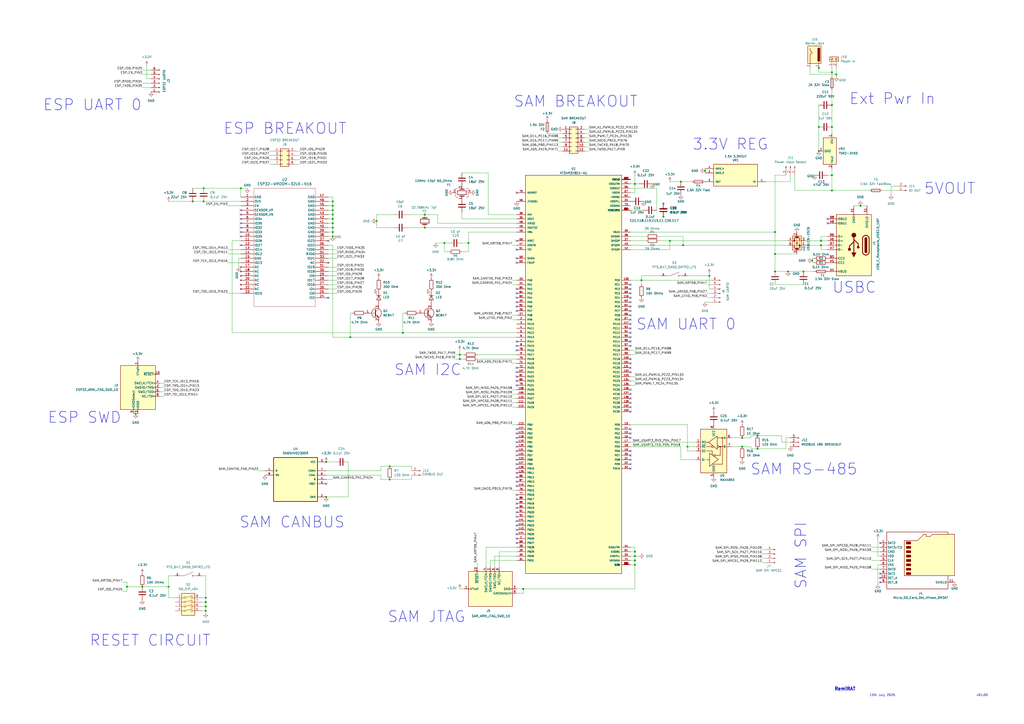
<source format=kicad_sch>
(kicad_sch (version 20250114) (generator "eeschema") (generator_version "9.0")
  (paper "A2")
  (text "Ext Pwr In" (at 517.652 57.404 0) (effects (font (size 6.35 6.35) (thickness 0.254) (bold yes))))
  (text "3.3V REG" (at 423.672 83.82 0) (effects (font (size 6.35 6.35) (thickness 0.254) (bold yes))))
  (text "ESP BREAKOUT" (at 165.354 74.676 0) (effects (font (size 6.35 6.35) (thickness 0.254) (bold yes))))
  (text "ESP SWD" (at 49.022 242.316 0) (effects (font (size 6.35 6.35) (thickness 0.254) (bold yes))))
  (text "ESP UART 0" (at 53.594 60.96 0) (effects (font (size 6.35 6.35) (thickness 0.254) (bold yes))))
  (text "v01.00" (at 569.722 403.352 0) (effects (font (size 1.27 1.27))))
  (text "RESET CIRCUIT" (at 87.122 371.602 0) (effects (font (size 6.35 6.35) (thickness 0.254) (bold yes))))
  (text "5VOUT" (at 550.926 109.474 0) (effects (font (size 6.35 6.35) (thickness 0.254) (bold yes))))
  (text "SAM UART 0" (at 398.018 188.214 0) (effects (font (size 6.35 6.35) (thickness 0.254) (bold yes))))
  (text "SAM JTAG" (at 247.396 357.886 0) (effects (font (size 6.35 6.35) (thickness 0.254) (bold yes))))
  (text "USBC" (at 495.554 166.878 0) (effects (font (size 6.35 6.35) (thickness 0.254) (bold yes))))
  (text "13th July 2025" (at 511.81 403.352 0) (effects (font (size 1.27 1.27))))
  (text "SAM SPI" (at 464.566 322.326 90) (effects (font (size 6.35 6.35) (thickness 0.254) (bold yes))))
  (text "SAM BREAKOUT" (at 334.01 58.928 0) (effects (font (size 6.35 6.35) (thickness 0.254) (bold yes))))
  (text "SAM RS-485" (at 466.344 272.288 0) (effects (font (size 6.35 6.35) (thickness 0.254) (bold yes))))
  (text "SAM CANBUS" (at 169.418 303.022 0) (effects (font (size 6.35 6.35) (thickness 0.254) (bold yes))))
  (text "SAM I2C" (at 248.158 214.63 0) (effects (font (size 6.35 6.35) (thickness 0.254) (bold yes))))
  (text "RemiRAT" (at 490.22 399.796 0) (effects (font (size 1.905 1.905) (thickness 0.381) (bold yes))))
  (junction (at 457.2 157.48))
  (junction (at 474.98 73.66))
  (junction (at 78.74 240.03))
  (junction (at 203.2 195.58))
  (junction (at 119.38 351.79))
  (junction (at 193.04 132.08))
  (junction (at 439.42 260.35))
  (junction (at 97.79 340.36))
  (junction (at 189.23 288.29))
  (junction (at 384.81 118.11))
  (junction (at 372.11 162.56))
  (junction (at 193.04 119.38))
  (junction (at 466.09 157.48))
  (junction (at 430.53 259.08))
  (junction (at 474.98 39.37))
  (junction (at 303.53 341.63))
  (junction (at 449.58 147.32))
  (junction (at 118.11 109.22))
  (junction (at 193.04 116.84))
  (junction (at 226.06 278.13))
  (junction (at 482.6 110.49))
  (junction (at 266.7 205.74))
  (junction (at 411.48 160.02))
  (junction (at 73.66 340.36))
  (junction (at 193.04 129.54))
  (junction (at 368.3 327.66))
  (junction (at 257.81 140.97))
  (junction (at 476.25 139.7))
  (junction (at 233.68 193.04))
  (junction (at 474.98 87.63))
  (junction (at 119.38 354.33))
  (junction (at 430.53 254))
  (junction (at 271.78 140.97))
  (junction (at 193.04 127))
  (junction (at 368.3 322.58))
  (junction (at 485.14 43.18))
  (junction (at 482.6 73.66))
  (junction (at 246.38 124.46))
  (junction (at 119.38 349.25))
  (junction (at 193.04 137.16))
  (junction (at 398.78 259.08))
  (junction (at 482.6 101.6))
  (junction (at 482.6 60.96))
  (junction (at 193.04 121.92))
  (junction (at 139.7 109.22))
  (junction (at 218.44 128.27))
  (junction (at 266.7 208.28))
  (junction (at 384.81 125.73))
  (junction (at 394.97 105.41))
  (junction (at 368.3 106.68))
  (junction (at 439.42 252.73))
  (junction (at 193.04 124.46))
  (junction (at 476.25 142.24))
  (junction (at 193.04 134.62))
  (junction (at 482.6 41.91))
  (junction (at 111.76 116.84))
  (junction (at 449.58 157.48))
  (junction (at 189.23 267.97))
  (junction (at 368.3 325.12))
  (junction (at 118.11 116.84))
  (junction (at 246.38 132.08))
  (junction (at 449.58 134.62))
  (junction (at 368.3 320.04))
  (junction (at 396.24 142.24))
  (junction (at 226.06 270.51))
  (junction (at 499.11 119.38))
  (junction (at 388.62 139.7))
  (junction (at 408.94 99.06))
  (junction (at 471.17 151.13))
  (junction (at 119.38 346.71))
  (junction (at 82.55 340.36))
  (no_connect (at 299.72 139.7))
  (no_connect (at 299.72 213.36))
  (no_connect (at 299.72 292.1))
  (no_connect (at 299.72 223.52))
  (no_connect (at 299.72 198.12))
  (no_connect (at 139.7 124.46))
  (no_connect (at 365.76 261.62))
  (no_connect (at 139.7 134.62))
  (no_connect (at 299.72 172.72))
  (no_connect (at 510.54 337.82))
  (no_connect (at 365.76 180.34))
  (no_connect (at 299.72 152.4))
  (no_connect (at 189.23 280.67))
  (no_connect (at 365.76 254))
  (no_connect (at 299.72 304.8))
  (no_connect (at 365.76 248.92))
  (no_connect (at 365.76 213.36))
  (no_connect (at 299.72 269.24))
  (no_connect (at 365.76 238.76))
  (no_connect (at 190.5 139.7))
  (no_connect (at 299.72 279.4))
  (no_connect (at 139.7 121.92))
  (no_connect (at 299.72 271.78))
  (no_connect (at 365.76 233.68))
  (no_connect (at 365.76 208.28))
  (no_connect (at 299.72 266.7))
  (no_connect (at 299.72 294.64))
  (no_connect (at 299.72 149.86))
  (no_connect (at 299.72 144.78))
  (no_connect (at 365.76 236.22))
  (no_connect (at 365.76 226.06))
  (no_connect (at 365.76 177.8))
  (no_connect (at 365.76 193.04))
  (no_connect (at 365.76 231.14))
  (no_connect (at 190.5 172.72))
  (no_connect (at 299.72 254))
  (no_connect (at 510.54 335.28))
  (no_connect (at 299.72 276.86))
  (no_connect (at 299.72 215.9))
  (no_connect (at 365.76 185.42))
  (no_connect (at 139.7 129.54))
  (no_connect (at 139.7 137.16))
  (no_connect (at 365.76 195.58))
  (no_connect (at 365.76 190.5))
  (no_connect (at 299.72 256.54))
  (no_connect (at 299.72 297.18))
  (no_connect (at 299.72 251.46))
  (no_connect (at 365.76 215.9))
  (no_connect (at 365.76 175.26))
  (no_connect (at 299.72 299.72))
  (no_connect (at 365.76 269.24))
  (no_connect (at 510.54 314.96))
  (no_connect (at 365.76 264.16))
  (no_connect (at 365.76 210.82))
  (no_connect (at 299.72 314.96))
  (no_connect (at 299.72 259.08))
  (no_connect (at 139.7 132.08))
  (no_connect (at 299.72 287.02))
  (no_connect (at 299.72 177.8))
  (no_connect (at 299.72 307.34))
  (no_connect (at 365.76 266.7))
  (no_connect (at 299.72 203.2))
  (no_connect (at 480.06 129.54))
  (no_connect (at 299.72 218.44))
  (no_connect (at 139.7 127))
  (no_connect (at 299.72 111.76))
  (no_connect (at 299.72 312.42))
  (no_connect (at 299.72 309.88))
  (no_connect (at 365.76 182.88))
  (no_connect (at 299.72 167.64))
  (no_connect (at 365.76 198.12))
  (no_connect (at 299.72 200.66))
  (no_connect (at 510.54 332.74))
  (no_connect (at 299.72 274.32))
  (no_connect (at 365.76 167.64))
  (no_connect (at 299.72 180.34))
  (no_connect (at 365.76 172.72))
  (no_connect (at 365.76 200.66))
  (no_connect (at 299.72 261.62))
  (no_connect (at 139.7 142.24))
  (no_connect (at 299.72 281.94))
  (no_connect (at 365.76 251.46))
  (no_connect (at 480.06 127))
  (no_connect (at 299.72 248.92))
  (no_connect (at 365.76 271.78))
  (no_connect (at 299.72 170.18))
  (no_connect (at 365.76 165.1))
  (no_connect (at 299.72 289.56))
  (no_connect (at 365.76 187.96))
  (no_connect (at 299.72 302.26))
  (no_connect (at 365.76 170.18))
  (no_connect (at 299.72 264.16))
  (no_connect (at 365.76 228.6))
  (no_connect (at 299.72 220.98))
  (no_connect (at 299.72 175.26))
  (wire (pts (xy 193.04 129.54) (xy 193.04 127)))
  (wire (pts (xy 283.21 124.46) (xy 299.72 124.46)))
  (wire (pts (xy 190.5 147.32) (xy 195.58 147.32)))
  (wire (pts (xy 365.76 246.38) (xy 398.78 246.38)))
  (wire (pts (xy 412.75 167.64) (xy 411.48 167.64)))
  (wire (pts (xy 476.25 137.16) (xy 476.25 139.7)))
  (wire (pts (xy 449.58 134.62) (xy 449.58 101.6)))
  (wire (pts (xy 323.85 80.01) (xy 326.39 80.01)))
  (wire (pts (xy 472.44 149.86) (xy 471.17 149.86)))
  (wire (pts (xy 455.93 260.35) (xy 455.93 254)))
  (wire (pts (xy 73.66 337.82) (xy 73.66 340.36)))
  (wire (pts (xy 190.5 121.92) (xy 193.04 121.92)))
  (wire (pts (xy 365.76 121.92) (xy 373.38 121.92)))
  (wire (pts (xy 193.04 195.58) (xy 203.2 195.58)))
  (wire (pts (xy 323.85 82.55) (xy 326.39 82.55)))
  (wire (pts (xy 119.38 334.01) (xy 119.38 346.71)))
  (wire (pts (xy 218.44 132.08) (xy 228.6 132.08)))
  (wire (pts (xy 119.38 349.25) (xy 119.38 351.79)))
  (wire (pts (xy 171.45 87.63) (xy 173.99 87.63)))
  (wire (pts (xy 323.85 87.63) (xy 326.39 87.63)))
  (wire (pts (xy 289.56 328.93) (xy 289.56 320.04)))
  (wire (pts (xy 156.21 92.71) (xy 158.75 92.71)))
  (wire (pts (xy 116.84 351.79) (xy 119.38 351.79)))
  (wire (pts (xy 190.5 127) (xy 193.04 127)))
  (wire (pts (xy 271.78 134.62) (xy 299.72 134.62)))
  (wire (pts (xy 509.27 312.42) (xy 509.27 322.58)))
  (wire (pts (xy 411.48 158.75) (xy 411.48 160.02)))
  (wire (pts (xy 297.18 226.06) (xy 299.72 226.06)))
  (wire (pts (xy 323.85 85.09) (xy 326.39 85.09)))
  (wire (pts (xy 287.02 322.58) (xy 287.02 328.93)))
  (wire (pts (xy 365.76 144.78) (xy 388.62 144.78)))
  (wire (pts (xy 132.08 144.78) (xy 139.7 144.78)))
  (wire (pts (xy 466.09 157.48) (xy 472.44 157.48)))
  (wire (pts (xy 193.04 132.08) (xy 193.04 134.62)))
  (wire (pts (xy 297.18 231.14) (xy 299.72 231.14)))
  (wire (pts (xy 365.76 162.56) (xy 372.11 162.56)))
  (wire (pts (xy 119.38 354.33) (xy 119.38 351.79)))
  (wire (pts (xy 510.54 320.04) (xy 505.46 320.04)))
  (wire (pts (xy 430.53 254) (xy 435.61 254)))
  (wire (pts (xy 297.18 233.68) (xy 299.72 233.68)))
  (wire (pts (xy 283.21 100.33) (xy 283.21 124.46)))
  (wire (pts (xy 190.5 144.78) (xy 195.58 144.78)))
  (wire (pts (xy 368.3 106.68) (xy 368.3 111.76)))
  (wire (pts (xy 264.16 208.28) (xy 266.7 208.28)))
  (wire (pts (xy 73.66 342.9) (xy 71.12 342.9)))
  (wire (pts (xy 226.06 278.13) (xy 238.76 278.13)))
  (wire (pts (xy 368.3 101.6) (xy 368.3 106.68)))
  (wire (pts (xy 341.63 82.55) (xy 339.09 82.55)))
  (wire (pts (xy 467.36 139.7) (xy 476.25 139.7)))
  (wire (pts (xy 92.71 222.25) (xy 95.25 222.25)))
  (wire (pts (xy 341.63 87.63) (xy 339.09 87.63)))
  (wire (pts (xy 449.58 147.32) (xy 462.28 147.32)))
  (wire (pts (xy 480.06 144.78) (xy 476.25 144.78)))
  (wire (pts (xy 441.96 326.39) (xy 444.5 326.39)))
  (wire (pts (xy 457.2 157.48) (xy 466.09 157.48)))
  (wire (pts (xy 92.71 224.79) (xy 95.25 224.79)))
  (wire (pts (xy 368.3 203.2) (xy 365.76 203.2)))
  (wire (pts (xy 82.55 43.18) (xy 87.63 43.18)))
  (wire (pts (xy 365.76 327.66) (xy 368.3 327.66)))
  (wire (pts (xy 396.24 142.24) (xy 457.2 142.24)))
  (wire (pts (xy 156.21 95.25) (xy 158.75 95.25)))
  (wire (pts (xy 118.11 109.22) (xy 139.7 109.22)))
  (wire (pts (xy 441.96 318.77) (xy 444.5 318.77)))
  (wire (pts (xy 97.79 334.01) (xy 101.6 334.01)))
  (wire (pts (xy 266.7 341.63) (xy 269.24 341.63)))
  (wire (pts (xy 317.5 77.47) (xy 326.39 77.47)))
  (wire (pts (xy 267.97 127) (xy 299.72 127)))
  (wire (pts (xy 365.76 139.7) (xy 374.65 139.7)))
  (wire (pts (xy 482.6 39.37) (xy 482.6 41.91)))
  (wire (pts (xy 368.3 320.04) (xy 368.3 317.5)))
  (wire (pts (xy 482.6 41.91) (xy 482.6 44.45)))
  (wire (pts (xy 439.42 260.35) (xy 455.93 260.35)))
  (wire (pts (xy 267.97 140.97) (xy 271.78 140.97)))
  (wire (pts (xy 398.78 246.38) (xy 398.78 259.08)))
  (wire (pts (xy 190.5 124.46) (xy 193.04 124.46)))
  (wire (pts (xy 193.04 127) (xy 193.04 124.46)))
  (wire (pts (xy 449.58 157.48) (xy 457.2 157.48)))
  (wire (pts (xy 474.98 60.96) (xy 474.98 73.66)))
  (wire (pts (xy 382.27 139.7) (xy 388.62 139.7)))
  (wire (pts (xy 467.36 142.24) (xy 476.25 142.24)))
  (wire (pts (xy 92.71 229.87) (xy 95.25 229.87)))
  (wire (pts (xy 474.98 41.91) (xy 482.6 41.91)))
  (wire (pts (xy 482.6 110.49) (xy 504.19 110.49)))
  (wire (pts (xy 474.98 39.37) (xy 474.98 41.91)))
  (wire (pts (xy 458.47 101.6) (xy 458.47 105.41)))
  (wire (pts (xy 139.7 109.22) (xy 143.51 109.22)))
  (wire (pts (xy 238.76 270.51) (xy 238.76 273.05)))
  (wire (pts (xy 297.18 165.1) (xy 299.72 165.1)))
  (wire (pts (xy 388.62 139.7) (xy 457.2 139.7)))
  (wire (pts (xy 190.5 154.94) (xy 195.58 154.94)))
  (wire (pts (xy 341.63 77.47) (xy 339.09 77.47)))
  (wire (pts (xy 435.61 254) (xy 435.61 252.73)))
  (wire (pts (xy 132.08 152.4) (xy 139.7 152.4)))
  (wire (pts (xy 276.86 205.74) (xy 299.72 205.74)))
  (wire (pts (xy 201.93 288.29) (xy 189.23 288.29)))
  (wire (pts (xy 139.7 109.22) (xy 139.7 114.3)))
  (wire (pts (xy 281.94 317.5) (xy 299.72 317.5)))
  (wire (pts (xy 271.78 140.97) (xy 271.78 134.62)))
  (wire (pts (xy 87.63 45.72) (xy 85.09 45.72)))
  (wire (pts (xy 171.45 95.25) (xy 173.99 95.25)))
  (wire (pts (xy 193.04 134.62) (xy 193.04 137.16)))
  (wire (pts (xy 372.11 162.56) (xy 372.11 165.1)))
  (wire (pts (xy 449.58 147.32) (xy 449.58 134.62)))
  (wire (pts (xy 516.89 107.95) (xy 516.89 113.03)))
  (wire (pts (xy 424.18 254) (xy 430.53 254)))
  (wire (pts (xy 430.53 259.08) (xy 435.61 259.08)))
  (wire (pts (xy 482.6 97.79) (xy 482.6 101.6)))
  (wire (pts (xy 368.3 317.5) (xy 365.76 317.5)))
  (wire (pts (xy 138.43 154.94) (xy 138.43 149.86)))
  (wire (pts (xy 453.39 256.54) (xy 458.47 256.54)))
  (wire (pts (xy 264.16 205.74) (xy 266.7 205.74)))
  (wire (pts (xy 461.01 101.6) (xy 461.01 110.49)))
  (wire (pts (xy 297.18 182.88) (xy 299.72 182.88)))
  (wire (pts (xy 368.3 223.52) (xy 365.76 223.52)))
  (wire (pts (xy 190.5 119.38) (xy 193.04 119.38)))
  (wire (pts (xy 228.6 124.46) (xy 218.44 124.46)))
  (wire (pts (xy 193.04 129.54) (xy 193.04 132.08)))
  (wire (pts (xy 297.18 228.6) (xy 299.72 228.6)))
  (wire (pts (xy 449.58 157.48) (xy 449.58 147.32)))
  (wire (pts (xy 444.5 105.41) (xy 458.47 105.41)))
  (wire (pts (xy 218.44 128.27) (xy 218.44 132.08)))
  (wire (pts (xy 368.3 106.68) (xy 370.84 106.68)))
  (wire (pts (xy 410.21 170.18) (xy 412.75 170.18)))
  (wire (pts (xy 218.44 124.46) (xy 218.44 128.27)))
  (wire (pts (xy 299.72 344.17) (xy 303.53 344.17)))
  (wire (pts (xy 78.74 240.03) (xy 80.01 240.03)))
  (wire (pts (xy 233.68 193.04) (xy 299.72 193.04)))
  (wire (pts (xy 119.38 346.71) (xy 119.38 349.25)))
  (wire (pts (xy 190.5 157.48) (xy 195.58 157.48)))
  (wire (pts (xy 287.02 322.58) (xy 299.72 322.58)))
  (wire (pts (xy 281.94 317.5) (xy 281.94 328.93)))
  (wire (pts (xy 132.08 119.38) (xy 139.7 119.38)))
  (wire (pts (xy 509.27 322.58) (xy 510.54 322.58)))
  (wire (pts (xy 469.9 39.37) (xy 469.9 43.18)))
  (wire (pts (xy 449.58 165.1) (xy 466.09 165.1)))
  (wire (pts (xy 398.78 259.08) (xy 398.78 261.62)))
  (wire (pts (xy 520.7 107.95) (xy 516.89 107.95)))
  (wire (pts (xy 271.78 146.05) (xy 271.78 140.97)))
  (wire (pts (xy 116.84 354.33) (xy 119.38 354.33)))
  (wire (pts (xy 190.5 116.84) (xy 193.04 116.84)))
  (wire (pts (xy 116.84 334.01) (xy 119.38 334.01)))
  (wire (pts (xy 203.2 195.58) (xy 299.72 195.58)))
  (wire (pts (xy 220.98 273.05) (xy 220.98 270.51)))
  (wire (pts (xy 190.5 149.86) (xy 195.58 149.86)))
  (wire (pts (xy 73.66 340.36) (xy 82.55 340.36)))
  (wire (pts (xy 193.04 121.92) (xy 193.04 119.38)))
  (wire (pts (xy 368.3 327.66) (xy 368.3 325.12)))
  (wire (pts (xy 474.98 38.1) (xy 474.98 39.37)))
  (wire (pts (xy 435.61 252.73) (xy 439.42 252.73)))
  (wire (pts (xy 82.55 340.36) (xy 97.79 340.36)))
  (wire (pts (xy 132.08 147.32) (xy 139.7 147.32)))
  (wire (pts (xy 203.2 181.61) (xy 203.2 195.58)))
  (wire (pts (xy 190.5 132.08) (xy 193.04 132.08)))
  (wire (pts (xy 257.81 146.05) (xy 257.81 140.97)))
  (wire (pts (xy 116.84 346.71) (xy 119.38 346.71)))
  (wire (pts (xy 410.21 165.1) (xy 412.75 165.1)))
  (wire (pts (xy 193.04 142.24) (xy 193.04 195.58)))
  (wire (pts (xy 190.5 134.62) (xy 193.04 134.62)))
  (wire (pts (xy 424.18 259.08) (xy 430.53 259.08)))
  (wire (pts (xy 297.18 185.42) (xy 299.72 185.42)))
  (wire (pts (xy 190.5 129.54) (xy 193.04 129.54)))
  (wire (pts (xy 408.94 175.26) (xy 412.75 175.26)))
  (wire (pts (xy 116.84 349.25) (xy 119.38 349.25)))
  (wire (pts (xy 455.93 254) (xy 458.47 254)))
  (wire (pts (xy 299.72 129.54) (xy 254 129.54)))
  (wire (pts (xy 482.6 60.96) (xy 482.6 73.66)))
  (wire (pts (xy 471.17 152.4) (xy 472.44 152.4)))
  (wire (pts (xy 495.3 119.38) (xy 499.11 119.38)))
  (wire (pts (xy 297.18 236.22) (xy 299.72 236.22)))
  (wire (pts (xy 511.81 110.49) (xy 520.7 110.49)))
  (wire (pts (xy 485.14 39.37) (xy 485.14 43.18)))
  (wire (pts (xy 396.24 142.24) (xy 396.24 137.16)))
  (wire (pts (xy 480.06 137.16) (xy 476.25 137.16)))
  (wire (pts (xy 365.76 142.24) (xy 396.24 142.24)))
  (wire (pts (xy 469.9 43.18) (xy 485.14 43.18)))
  (wire (pts (xy 92.71 227.33) (xy 95.25 227.33)))
  (wire (pts (xy 82.55 48.26) (xy 87.63 48.26)))
  (wire (pts (xy 365.76 137.16) (xy 374.65 137.16)))
  (wire (pts (xy 368.3 322.58) (xy 365.76 322.58)))
  (wire (pts (xy 368.3 322.58) (xy 368.3 320.04)))
  (wire (pts (xy 480.06 101.6) (xy 482.6 101.6)))
  (wire (pts (xy 368.3 325.12) (xy 365.76 325.12)))
  (wire (pts (xy 234.95 181.61) (xy 233.68 181.61)))
  (wire (pts (xy 276.86 208.28) (xy 299.72 208.28)))
  (wire (pts (xy 297.18 162.56) (xy 299.72 162.56)))
  (wire (pts (xy 398.78 160.02) (xy 411.48 160.02)))
  (wire (pts (xy 441.96 323.85) (xy 444.5 323.85)))
  (wire (pts (xy 189.23 267.97) (xy 194.31 267.97)))
  (wire (pts (xy 134.62 139.7) (xy 134.62 193.04)))
  (wire (pts (xy 260.35 140.97) (xy 257.81 140.97)))
  (wire (pts (xy 289.56 320.04) (xy 299.72 320.04)))
  (wire (pts (xy 408.94 97.79) (xy 408.94 99.06)))
  (wire (pts (xy 297.18 142.24) (xy 299.72 142.24)))
  (wire (pts (xy 365.76 109.22) (xy 381 109.22)))
  (wire (pts (xy 297.18 210.82) (xy 299.72 210.82)))
  (wire (pts (xy 257.81 140.97) (xy 252.73 140.97)))
  (wire (pts (xy 476.25 144.78) (xy 476.25 142.24)))
  (wire (pts (xy 398.78 259.08) (xy 403.86 259.08)))
  (wire (pts (xy 476.25 139.7) (xy 480.06 139.7)))
  (wire (pts (xy 368.3 341.63) (xy 303.53 341.63)))
  (wire (pts (xy 388.62 144.78) (xy 388.62 139.7)))
  (wire (pts (xy 156.21 87.63) (xy 158.75 87.63)))
  (wire (pts (xy 368.3 218.44) (xy 365.76 218.44)))
  (wire (pts (xy 365.76 111.76) (xy 368.3 111.76)))
  (wire (pts (xy 246.38 132.08) (xy 236.22 132.08)))
  (wire (pts (xy 485.14 43.18) (xy 485.14 44.45)))
  (wire (pts (xy 435.61 260.35) (xy 439.42 260.35)))
  (wire (pts (xy 97.79 340.36) (xy 97.79 334.01)))
  (wire (pts (xy 398.78 261.62) (xy 403.86 261.62)))
  (wire (pts (xy 365.76 106.68) (xy 368.3 106.68)))
  (wire (pts (xy 226.06 270.51) (xy 238.76 270.51)))
  (wire (pts (xy 233.68 181.61) (xy 233.68 193.04)))
  (wire (pts (xy 365.76 256.54) (xy 403.86 256.54)))
  (wire (pts (xy 509.27 327.66) (xy 510.54 327.66)))
  (wire (pts (xy 132.08 170.18) (xy 139.7 170.18)))
  (wire (pts (xy 410.21 172.72) (xy 412.75 172.72)))
  (wire (pts (xy 111.76 116.84) (xy 118.11 116.84)))
  (wire (pts (xy 297.18 284.48) (xy 299.72 284.48)))
  (wire (pts (xy 482.6 101.6) (xy 482.6 110.49)))
  (wire (pts (xy 341.63 80.01) (xy 339.09 80.01)))
  (wire (pts (xy 441.96 321.31) (xy 444.5 321.31)))
  (wire (pts (xy 435.61 259.08) (xy 435.61 260.35)))
  (wire (pts (xy 482.6 52.07) (xy 482.6 60.96)))
  (wire (pts (xy 266.7 208.28) (xy 269.24 208.28)))
  (wire (pts (xy 266.7 205.74) (xy 269.24 205.74)))
  (wire (pts (xy 267.97 146.05) (xy 271.78 146.05)))
  (wire (pts (xy 238.76 278.13) (xy 238.76 275.59)))
  (wire (pts (xy 509.27 339.09) (xy 509.27 327.66)))
  (wire (pts (xy 118.11 116.84) (xy 139.7 116.84)))
  (wire (pts (xy 171.45 92.71) (xy 173.99 92.71)))
  (wire (pts (xy 246.38 132.08) (xy 299.72 132.08)))
  (wire (pts (xy 97.79 346.71) (xy 97.79 340.36)))
  (wire (pts (xy 510.54 325.12) (xy 505.46 325.12)))
  (wire (pts (xy 134.62 139.7) (xy 139.7 139.7)))
  (wire (pts (xy 171.45 90.17) (xy 173.99 90.17)))
  (wire (pts (xy 394.97 105.41) (xy 401.32 105.41)))
  (wire (pts (xy 190.5 160.02) (xy 195.58 160.02)))
  (wire (pts (xy 449.58 101.6) (xy 455.93 101.6)))
  (wire (pts (xy 365.76 134.62) (xy 449.58 134.62)))
  (wire (pts (xy 193.04 116.84) (xy 193.04 114.3)))
  (wire (pts (xy 267.97 123.19) (xy 267.97 127)))
  (wire (pts (xy 71.12 337.82) (xy 73.66 337.82)))
  (wire (pts (xy 365.76 259.08) (xy 394.97 259.08)))
  (wire (pts (xy 266.7 203.2) (xy 266.7 205.74)))
  (wire (pts (xy 190.5 137.16) (xy 193.04 137.16)))
  (wire (pts (xy 190.5 170.18) (xy 195.58 170.18)))
  (wire (pts (xy 77.47 240.03) (xy 78.74 240.03)))
  (wire (pts (xy 138.43 149.86) (xy 139.7 149.86)))
  (wire (pts (xy 246.38 124.46) (xy 236.22 124.46)))
  (wire (pts (xy 193.04 124.46) (xy 193.04 121.92)))
  (wire (pts (xy 201.93 267.97) (xy 201.93 288.29)))
  (wire (pts (xy 190.5 167.64) (xy 195.58 167.64)))
  (wire (pts (xy 368.3 205.74) (xy 365.76 205.74)))
  (wire (pts (xy 134.62 193.04) (xy 233.68 193.04)))
  (wire (pts (xy 189.23 275.59) (xy 220.98 275.59)))
  (wire (pts (xy 73.66 342.9) (xy 73.66 340.36)))
  (wire (pts (xy 408.94 99.06) (xy 408.94 100.33)))
  (wire (pts (xy 220.98 278.13) (xy 226.06 278.13)))
  (wire (pts (xy 156.21 90.17) (xy 158.75 90.17)))
  (wire (pts (xy 303.53 344.17) (xy 303.53 341.63)))
  (wire (pts (xy 471.17 151.13) (xy 471.17 152.4)))
  (wire (pts (xy 368.3 327.66) (xy 368.3 341.63)))
  (wire (pts (xy 97.79 116.84) (xy 111.76 116.84)))
  (wire (pts (xy 341.63 74.93) (xy 339.09 74.93)))
  (wire (pts (xy 254 124.46) (xy 246.38 124.46)))
  (wire (pts (xy 368.3 320.04) (xy 365.76 320.04)))
  (wire (pts (xy 453.39 252.73) (xy 453.39 256.54)))
  (wire (pts (xy 101.6 346.71) (xy 97.79 346.71)))
  (wire (pts (xy 149.86 273.05) (xy 153.67 273.05)))
  (wire (pts (xy 394.97 259.08) (xy 394.97 266.7)))
  (wire (pts (xy 119.38 355.6) (xy 119.38 354.33)))
  (wire (pts (xy 266.7 205.74) (xy 266.7 208.28)))
  (wire (pts (xy 510.54 330.2) (xy 505.46 330.2)))
  (wire (pts (xy 85.09 45.72) (xy 85.09 38.1)))
  (wire (pts (xy 189.23 273.05) (xy 220.98 273.05)))
  (wire (pts (xy 474.98 73.66) (xy 474.98 87.63)))
  (wire (pts (xy 190.5 165.1) (xy 195.58 165.1)))
  (wire (pts (xy 482.6 73.66) (xy 482.6 77.47)))
  (wire (pts (xy 260.35 146.05) (xy 257.81 146.05)))
  (wire (pts (xy 476.25 142.24) (xy 480.06 142.24)))
  (wire (pts (xy 388.62 105.41) (xy 394.97 105.41)))
  (wire (pts (xy 510.54 317.5) (xy 505.46 317.5)))
  (wire (pts (xy 341.63 85.09) (xy 339.09 85.09)))
  (wire (pts (xy 303.53 341.63) (xy 299.72 341.63)))
  (wire (pts (xy 284.48 325.12) (xy 284.48 328.93)))
  (wire (pts (xy 82.55 40.64) (xy 87.63 40.64)))
  (wire (pts (xy 471.17 149.86) (xy 471.17 151.13)))
  (wire (pts (xy 439.42 252.73) (xy 453.39 252.73)))
  (wire (pts (xy 372.11 162.56) (xy 412.75 162.56)))
  (wire (pts (xy 193.04 119.38) (xy 193.04 116.84)))
  (wire (pts (xy 193.04 142.24) (xy 190.5 142.24)))
  (wire (pts (xy 111.76 109.22) (xy 118.11 109.22)))
  (wire (pts (xy 382.27 137.16) (xy 396.24 137.16)))
  (wire (pts (xy 284.48 325.12) (xy 299.72 325.12)))
  (wire (pts (xy 276.86 326.39) (xy 276.86 328.93)))
  (wire (pts (xy 394.97 266.7) (xy 403.86 266.7)))
  (wire (pts (xy 189.23 278.13) (xy 193.04 278.13)))
  (wire (pts (xy 368.3 322.58) (xy 370.84 322.58)))
  (wire (pts (xy 368.3 325.12) (xy 368.3 322.58)))
  (wire (pts (xy 254 129.54) (xy 254 124.46)))
  (wire (pts (xy 499.11 119.38) (xy 502.92 119.38)))
  (wire (pts (xy 204.47 181.61) (xy 203.2 181.61)))
  (wire (pts (xy 220.98 270.51) (xy 226.06 270.51)))
  (wire (pts (xy 368.3 220.98) (xy 365.76 220.98)))
  (wire (pts (xy 297.18 246.38) (xy 299.72 246.38)))
  (wire (pts (xy 372.11 160.02) (xy 383.54 160.02)))
  (wire (pts (xy 461.01 110.49) (xy 482.6 110.49)))
  (wire (pts (xy 220.98 275.59) (xy 220.98 278.13)))
  (wire (pts (xy 190.5 162.56) (xy 195.58 162.56)))
  (wire (pts (xy 411.48 160.02) (xy 411.48 167.64)))
  (wire (pts (xy 82.55 50.8) (xy 87.63 50.8)))
  (wire (pts (xy 381 109.22) (xy 381 121.92)))
  (wire (pts (xy 193.04 114.3) (xy 190.5 114.3)))
  (wire (pts (xy 372.11 162.56) (xy 372.11 160.02)))
  (wire (pts (xy 267.97 100.33) (xy 283.21 100.33)))
  (label "SAM_SPI_NPCS0_PA28_PIN111" (at 297.18 233.68 180))
  (label "SAM_SPI_MOSI_PA26_PIN109" (at 297.18 228.6 180))
  (label "SAM_SPI_SCK_PA27_PIN110" (at 441.96 321.31 180))
  (label "SAM_SPI_MOSI_PA26_PIN109" (at 505.46 320.04 180))
  (label "ESP_TDO_IO15_PIN23" (at 132.08 170.18 180))
  (label "ESP_IO16_PIN27" (at 156.21 90.17 180))
  (label "ESP_IO16_PIN27" (at 195.58 165.1 0))
  (label "SAM_AD6_PB0_PIN113" (at 323.85 85.09 180))
  (label "ESP_RXD0_PIN34" (at 195.58 147.32 0))
  (label "ESP_TDO_IO15_PIN23" (at 95.25 227.33 0))
  (label "SAM_SPI_NPCS1_PA29_PIN112" (at 297.18 236.22 180))
  (label "SAM_D15_PC17_PIN99" (at 368.3 205.74 0))
  (label "SAM_DAC0_PB15_PIN76" (at 297.18 284.48 180))
  (label "SAM_A2_PWML6_PC23_PIN134" (at 368.3 220.98 0))
  (label "SAM_AD6_PB0_PIN113" (at 297.18 246.38 180))
  (label "ESP_IO18_PIN30" (at 173.99 90.17 0))
  (label "SAM_SPI_MISO_PA25_PIN108" (at 297.18 226.06 180))
  (label "SAM_SPI_MISO_PA25_PIN108" (at 505.46 330.2 180))
  (label "ESP_TCK_IO13_PIN16" (at 95.25 222.25 0))
  (label "ESP_IO18_PIN30" (at 195.58 157.48 0))
  (label "SAM_CANRX0_PA1_PIN24" (at 297.18 165.1 180))
  (label "SAM_DAC0_PB15_PIN76" (at 341.63 82.55 0))
  (label "SAM_SPI_MISO_PA25_PIN108" (at 441.96 323.85 180))
  (label "SAM_CANTX0_PA0_PIN23" (at 149.86 273.05 180))
  (label "SAM_USART3_RXD_PD4_PIN17" (at 367.03 256.54 0))
  (label "SAM_TWD0_PA17_PIN9" (at 341.63 87.63 0))
  (label "ESP_IO0_PIN25" (at 71.12 342.9 180))
  (label "SAM_SPI_MOSI_PA26_PIN109" (at 441.96 318.77 180))
  (label "SAM_USART3_TXD_PD5_PIN18" (at 367.03 259.08 0))
  (label "SAM_AD5_PA19_PIN71" (at 297.18 210.82 180))
  (label "SAM_NRTSB_PIN47" (at 297.18 142.24 180))
  (label "SAM_A1_PWML5_PC22_PIN133" (at 341.63 74.93 0))
  (label "SAM_SPI_NPCS1_PA29_PIN112" (at 441.96 326.39 180))
  (label "ESP_TMS_IO14_PIN13" (at 95.25 224.79 0))
  (label "SAM_SPI_SCK_PA27_PIN110" (at 505.46 325.12 180))
  (label "ESP_IO5_PIN29" (at 195.58 160.02 0))
  (label "ESP_TXD0_PIN35" (at 195.58 144.78 0))
  (label "ESP_TXD0_PIN35" (at 82.55 50.8 180))
  (label "ESP_IO4_PIN26" (at 156.21 92.71 180))
  (label "SAM_AD5_PA19_PIN71" (at 323.85 87.63 180))
  (label "ESP_TMS_IO14_PIN13" (at 132.08 144.78 180))
  (label "SAM_SPI_NPCS0_PA28_PIN111" (at 505.46 317.5 180))
  (label "SAM_TWCK0_PA18_PIN70" (at 264.16 208.28 180))
  (label "ESP_IO21_PIN33" (at 195.58 149.86 0))
  (label "ESP_RXD0_PIN34" (at 82.55 48.26 180))
  (label "ESP_EN_PIN3" (at 82.55 43.18 180))
  (label "ESP_IO5_PIN29" (at 173.99 87.63 0))
  (label "ESP_IO19_PIN31" (at 195.58 154.94 0))
  (label "SAM_URXD0_PA8_PIN27" (at 297.18 182.88 180))
  (label "SAM_PWML7_PC24_PIN135" (at 368.3 223.52 0))
  (label "SAM_D15_PC17_PIN99" (at 323.85 82.55 180))
  (label "SAM_D14_PC16_PIN98" (at 323.85 80.01 180))
  (label "SAM_TWCK0_PA18_PIN70" (at 341.63 85.09 0))
  (label "SAM_TWD0_PA17_PIN9" (at 264.16 205.74 180))
  (label "ESP_IO0_PIN25" (at 195.58 170.18 0))
  (label "ESP_IO19_PIN31" (at 173.99 92.71 0))
  (label "SAM_NRTSB_PIN47" (at 71.12 337.82 180))
  (label "ESP_IO23_PIN37" (at 156.21 95.25 180))
  (label "SAM_UTXD_PA9_PIN2" (at 410.21 172.72 180))
  (label "SAM_URXD0_PA8_PIN27" (at 410.21 170.18 180))
  (label "ESP_TCK_IO13_PIN16" (at 132.08 152.4 180))
  (label "SAM_A2_PWML6_PC23_PIN134" (at 341.63 77.47 0))
  (label "ESP_EN_PIN3" (at 132.08 119.38 180))
  (label "ESP_IO21_PIN33" (at 173.99 95.25 0))
  (label "SAM_CANRX0_PA1_PIN24" (at 193.04 278.13 0))
  (label "SAM_NRTSB_PIN47" (at 410.21 165.1 180))
  (label "SAM_UTXD_PA9_PIN2" (at 297.18 185.42 180))
  (label "ESP_IO17_PIN28" (at 156.21 87.63 180))
  (label "ESP_IO4_PIN26" (at 195.58 167.64 0))
  (label "SAM_D14_PC16_PIN98" (at 368.3 203.2 0))
  (label "SAM_NRTSB_PIN47" (at 276.86 326.39 90))
  (label "ESP_TDI_IO12_PIN14" (at 95.25 229.87 0))
  (label "SAM_A1_PWML5_PC22_PIN133" (at 368.3 218.44 0))
  (label "ESP_TDI_IO12_PIN14" (at 132.08 147.32 180))
  (label "ESP_IO0_PIN25" (at 82.55 40.64 180))
  (label "SAM_SPI_SCK_PA27_PIN110" (at 297.18 231.14 180))
  (label "SAM_PWML7_PC24_PIN135" (at 341.63 80.01 0))
  (label "SAM_CANTX0_PA0_PIN23" (at 297.18 162.56 180))
  (label "ESP_IO17_PIN28" (at 195.58 162.56 0))
  (symbol (lib_id "Device:C") (at 384.81 121.92 0) (unit 1)
    (property "Reference" "C16" (at 388.62 120.6499 0) (effects (justify left)))
    (property "Value" "10uF 25V" (at 388.62 123.1899 0) (effects (justify left)))
    (property "Description" "Unpolarized capacitor" (effects (hide yes)))
  )
  (symbol (lib_id "Device:C") (at 198.12 267.97 90) (unit 1)
    (property "Reference" "C24" (at 198.12 260.35 90))
    (property "Value" "0.1uF 25V" (at 198.12 262.89 90))
    (property "Footprint" "Capacitor_SMD:C_0402_1005Metric" (effects (hide yes)))
    (property "Description" "Unpolarized capacitor" (effects (hide yes)))
  )
  (symbol (lib_id "Device:C") (at 377.19 121.92 90) (unit 1)
    (property "Reference" "C21,C18,C19,C15,C1,C20,C17" (at 393.7 128.016 90) (effects (justify left)))
    (property "Value" "0.1uF" (at 379.984 125.73 90) (effects (justify left)))
    (property "Description" "Unpolarized capacitor" (effects (hide yes)))
  )
  (symbol (lib_id "Connector:Conn_01x02_Pin") (at 243.84 275.59 180) (unit 1)
    (property "Reference" "J12" (at 245.11 273.0499 0) (effects (justify right)))
    (property "Value" "CANBUS OUT" (at 244.856 275.082 0) (effects (justify right)))
    (property "Description" "Generic connector, single row, 01x02, script generated" (effects (hide yes)))
  )
  (symbol (lib_id "TL1963A-33DCYR:TL1963A-33DCYR") (at 426.72 102.87 180) (unit 1)
    (property "Reference" "VR1" (at 426.72 92.964 0))
    (property "Value" "1.5A 3.3VOUT" (at 426.72 90.678 0))
    (property "Footprint" "TL1963A-33DCYR:VREG_TL1963A-33DCYR" (effects (hide yes)))
    (property "PARTREV" "G" (effects (hide yes)))
    (property "STANDARD" "IPC-7351B" (effects (hide yes)))
    (property "MAXIMUM_PACKAGE_HEIGHT" "1.80 mm" (effects (hide yes)))
    (property "MANUFACTURER" "Texas Instruments" (effects (hide yes)))
  )
  (symbol (lib_id "Device:C") (at 384.81 121.92 0) (unit 1)
    (property "Reference" "C17" (at 388.62 120.6499 0) (effects (justify left)))
    (property "Value" "0.1uF 25V" (at 388.62 123.1899 0) (effects (justify left)))
    (property "Description" "Unpolarized capacitor" (effects (hide yes)))
  )
  (symbol (lib_id "Device:C") (at 384.81 121.92 0) (unit 1)
    (property "Reference" "C15" (at 388.62 120.6499 0) (effects (justify left)))
    (property "Value" "0.1uF 25V" (at 388.62 123.1899 0) (effects (justify left)))
    (property "Description" "Unpolarized capacitor" (effects (hide yes)))
  )
  (symbol (lib_id "Device:R") (at 226.06 274.32 0) (unit 1)
    (property "Reference" "R7" (at 228.6 273.0499 0) (effects (justify left)))
    (property "Value" "120 Ohm" (at 228.6 275.5899 0) (effects (justify left)))
    (property "Footprint" "Resistor_SMD:R_0402_1005Metric" (effects (hide yes)))
    (property "Description" "Resistor" (effects (hide yes)))
  )
  (symbol (lib_id "power:+3.3V") (at 250.19 161.29 0) (unit 1)
    (property "Reference" "#PWR015" (effects (hide yes)))
    (property "Value" "+3.3V" (at 250.19 156.718 0))
    (property "Description" "Power symbol creates a global label with name \"+3.3V\"" (effects (hide yes)))
  )
  (symbol (lib_id "Device:Fuse") (at 508 110.49 90) (unit 1)
    (property "Reference" "F5" (at 508 104.14 90))
    (property "Value" "1.5A 32V FastBlow" (at 508 106.68 90))
    (property "Description" "Fuse" (effects (hide yes)))
  )
  (symbol (lib_id "Device:LED") (at 219.71 172.72 270) (unit 1)
    (property "Reference" "D1" (at 222.25 169.8624 90) (effects (justify left)))
    (property "Value" "LED" (at 222.25 172.4024 90) (effects (justify left)))
    (property "Description" "Light emitting diode" (effects (hide yes)))
    (property "Sim.Pins" "1=K 2=A" (effects (hide yes)))
  )
  (symbol (lib_id "power:+3.3V") (at 219.71 161.29 0) (unit 1)
    (property "Reference" "#PWR016" (effects (hide yes)))
    (property "Value" "+3.3V" (at 219.71 156.718 0))
    (property "Description" "Power symbol creates a global label with name \"+3.3V\"" (effects (hide yes)))
  )
  (symbol (lib_id "power:+3.3V") (at 80.01 209.55 0) (unit 1)
    (property "Reference" "#PWR024" (effects (hide yes)))
    (property "Value" "+3.3V" (at 79.756 205.232 0))
    (property "Description" "Power symbol creates a global label with name \"+3.3V\"" (effects (hide yes)))
  )
  (symbol (lib_id "Device:C") (at 267.97 119.38 0) (unit 1)
    (property "Reference" "C5" (at 271.78 118.1099 0) (effects (justify left)))
    (property "Value" "18pF 25V" (at 271.78 120.6499 0) (effects (justify left)))
    (property "Footprint" "Capacitor_SMD:C_0402_1005Metric" (effects (hide yes)))
    (property "Datasheet" "https://datasheets.kyocera-avx.com/C0GNP0-KGM.pdf" (effects (hide yes)))
    (property "Description" "Unpolarized capacitor" (effects (hide yes)))
  )
  (symbol (lib_id "Transistor_BJT:BC847") (at 217.17 181.61 0) (unit 1)
    (property "Reference" "Q1" (at 222.25 180.3399 0) (effects (justify left)))
    (property "Value" "BC847" (at 222.25 182.8799 0) (effects (justify left)))
    (property "Footprint" "Package_TO_SOT_SMD:SOT-23" (effects (hide yes)))
    (property "Datasheet" "http://www.infineon.com/dgdl/Infineon-BC847SERIES_BC848SERIES_BC849SERIES_BC850SERIES-DS-v01_01-en.pdf?fileId=db3a304314dca389011541d4630a1657" (effects (hide yes)))
    (property "Description" "0.1A Ic, 45V Vce, NPN Transistor, SOT-23" (effects (hide yes)))
  )
  (symbol (lib_id "Connector_Generic:Conn_02x04_Odd_Even") (at 163.83 90.17 0) (unit 1)
    (property "Reference" "J9" (at 165.1 83.82 0))
    (property "Value" "ESP32 BREAKOUT" (at 165.1 81.28 0))
    (property "Description" "Generic connector, double row, 02x04, odd/even pin numbering scheme (row 1 odd numbers, row 2 even numbers), script generated (kicad-library-utils/schlib/autogen/connector/)" (effects (hide yes)))
  )
  (symbol (lib_id "Device:C") (at 82.55 344.17 180) (unit 1)
    (property "Reference" "C3" (at 86.36 342.8999 0) (effects (justify right)))
    (property "Value" "0.1uF 25V" (at 86.36 345.4399 0) (effects (justify right)))
    (property "Description" "Unpolarized capacitor" (effects (hide yes)))
  )
  (symbol (lib_id "power:GND") (at 430.53 266.7 0) (unit 1)
    (property "Reference" "#PWR050" (effects (hide yes)))
    (property "Value" "GND" (at 430.53 271.78 0))
    (property "Description" "Power symbol creates a global label with name \"GND\" , ground" (effects (hide yes)))
  )
  (symbol (lib_id "power:GND") (at 153.67 275.59 0) (unit 1)
    (property "Reference" "#PWR047" (effects (hide yes)))
    (property "Value" "GND" (at 153.67 280.67 0))
    (property "Description" "Power symbol creates a global label with name \"GND\" , ground" (effects (hide yes)))
  )
  (symbol (lib_id "Device:C") (at 449.58 161.29 0) (unit 1)
    (property "Reference" "C2" (at 446.278 164.846 0) (effects (justify left)))
    (property "Value" "10uF 25V" (at 446.278 167.386 0) (effects (justify left)))
    (property "Description" "Unpolarized capacitor" (effects (hide yes)))
  )
  (symbol (lib_id "power:GND") (at 458.47 259.08 0) (unit 1)
    (property "Reference" "#PWR052" (effects (hide yes)))
    (property "Value" "GND" (at 458.47 264.16 0))
    (property "Description" "Power symbol creates a global label with name \"GND\" , ground" (effects (hide yes)))
  )
  (symbol (lib_id "power:GND") (at 372.11 172.72 0) (unit 1)
    (property "Reference" "#PWR035" (effects (hide yes)))
    (property "Value" "GND" (at 372.11 177.8 0))
    (property "Description" "Power symbol creates a global label with name \"GND\" , ground" (effects (hide yes)))
  )
  (symbol (lib_name "ATSAM3X8EA-AU_1") (lib_id "ATSAM3X8EA_AU:ATSAM3X8EA-AU") (at 332.74 215.9 0) (unit 1)
    (property "Reference" "U1" (at 332.74 97.79 0))
    (property "Value" "ATSAM3X8EA-AU" (at 332.74 100.33 0))
    (property "Footprint" "ATSAM3X8EA-AU:QFP50P2200X2200X145-144N" (effects (hide yes)))
    (property "MF" "Microchip" (effects (hide yes)))
    (property "Description_1" "ARM® Cortex®-M3 series Microcontroller IC 32-Bit Single-Core 84MHz 512KB (512K x 8) FLASH 144-LQFP (20x20)" (effects (hide yes)))
    (property "Package" "LQFP-144 Microchip" (effects (hide yes)))
    (property "Price" "None" (effects (hide yes)))
    (property "Check_prices" "https://www.snapeda.com/parts/ATSAM3X8EA-AU/Microchip/view-part/?ref=eda" (effects (hide yes)))
    (property "STANDARD" "IPC-7351B" (effects (hide yes)))
    (property "PARTREV" "11057C" (effects (hide yes)))
    (property "SnapEDA_Link" "https://www.snapeda.com/parts/ATSAM3X8EA-AU/Microchip/view-part/?ref=snap" (effects (hide yes)))
    (property "MP" "ATSAM3X8EA-AU" (effects (hide yes)))
    (property "Availability" "In Stock" (effects (hide yes)))
    (property "MANUFACTURER" "MICROCHIP" (effects (hide yes)))
  )
  (symbol (lib_id "Connector:Conn_01x06_Pin") (at 92.71 48.26 180) (unit 1)
    (property "Reference" "J3" (at 97.79 46.99 90))
    (property "Value" "ESP32 UART0" (at 95.25 46.99 90))
    (property "Description" "ESP32 UART0" (effects (hide yes)))
  )
  (symbol (lib_id "Device:R") (at 439.42 256.54 0) (unit 1)
    (property "Reference" "R15" (at 441.96 255.2699 0) (effects (justify left)))
    (property "Value" "120 Ohm" (at 441.96 257.8099 0) (effects (justify left)))
    (property "Footprint" "Capacitor_SMD:C_0402_1005Metric" (effects (hide yes)))
    (property "Description" "Resistor" (effects (hide yes)))
  )
  (symbol (lib_id "power:GND") (at 499.11 119.38 180) (unit 1)
    (property "Reference" "#PWR05" (effects (hide yes)))
    (property "Value" "GND" (at 499.11 114.3 0))
    (property "Description" "Power symbol creates a global label with name \"GND\" , ground" (effects (hide yes)))
  )
  (symbol (lib_id "power:GND") (at 119.38 355.6 0) (unit 1)
    (property "Reference" "#PWR014" (effects (hide yes)))
    (property "Value" "GND" (at 119.38 360.68 0))
    (property "Description" "Power symbol creates a global label with name \"GND\" , ground" (effects (hide yes)))
  )
  (symbol (lib_id "Device:R") (at 208.28 181.61 90) (unit 1)
    (property "Reference" "R9" (at 208.534 184.404 90))
    (property "Value" "4.7K Ohm" (at 208.534 186.944 90))
    (property "Description" "Resistor" (effects (hide yes)))
  )
  (symbol (lib_id "power:+3.3V") (at 97.79 116.84 0) (unit 1)
    (property "Reference" "#PWR019" (effects (hide yes)))
    (property "Value" "+3.3V" (at 97.79 111.76 0))
    (property "Description" "Power symbol creates a global label with name \"+3.3V\"" (effects (hide yes)))
  )
  (symbol (lib_id "Device:C") (at 478.79 60.96 90) (unit 1)
    (property "Reference" "C11" (at 478.79 53.34 90))
    (property "Value" "220uF 50V" (at 478.79 55.88 90))
    (property "Description" "Unpolarized capacitor" (effects (hide yes)))
  )
  (symbol (lib_id "Connector:Conn_01x03_Pin") (at 463.55 256.54 180) (unit 1)
    (property "Reference" "J12" (at 464.82 255.2699 0) (effects (justify right)))
    (property "Value" "MODBUS 485 BREAKOUT" (at 464.82 257.8099 0) (effects (justify right)))
    (property "Description" "Generic connector, single row, 01x03, script generated" (effects (hide yes)))
  )
  (symbol (lib_id "power:GND") (at 262.89 111.76 270) (unit 1)
    (property "Reference" "#PWR028" (effects (hide yes)))
    (property "Value" "GND" (at 259.08 111.76 0))
    (property "Description" "Power symbol creates a global label with name \"GND\" , ground" (effects (hide yes)))
  )
  (symbol (lib_id "Device:R") (at 372.11 168.91 180) (unit 1)
    (property "Reference" "R8" (at 374.65 167.6399 0) (effects (justify right)))
    (property "Value" "10K Ohms" (at 374.65 170.1799 0) (effects (justify right)))
    (property "Description" "Resistor" (effects (hide yes)))
  )
  (symbol (lib_id "Device:R") (at 476.25 149.86 90) (unit 1)
    (property "Reference" "R2" (at 476.25 149.86 90))
    (property "Value" "5.1K Ohm" (at 476.25 147.574 90))
    (property "Footprint" "Resistor_SMD:R_0402_1005Metric" (effects (hide yes)))
    (property "Datasheet" "https://www.yageo.com/upload/media/product/products/datasheet/rchip/PYu-RC_Group_51_RoHS_L_12.pdf" (effects (hide yes)))
    (property "Description" "Resistor" (effects (hide yes)))
  )
  (symbol (lib_id "Transistor_BJT:BC847") (at 247.65 181.61 0) (unit 1)
    (property "Reference" "Q2" (at 252.73 180.3399 0) (effects (justify left)))
    (property "Value" "BC847" (at 252.73 182.8799 0) (effects (justify left)))
    (property "Footprint" "Package_TO_SOT_SMD:SOT-23" (effects (hide yes)))
    (property "Datasheet" "http://www.infineon.com/dgdl/Infineon-BC847SERIES_BC848SERIES_BC849SERIES_BC850SERIES-DS-v01_01-en.pdf?fileId=db3a304314dca389011541d4630a1657" (effects (hide yes)))
    (property "Description" "0.1A Ic, 45V Vce, NPN Transistor, SOT-23" (effects (hide yes)))
  )
  (symbol (lib_id "Device:R") (at 82.55 336.55 0) (unit 1)
    (property "Reference" "R5" (at 85.09 335.2799 0) (effects (justify left)))
    (property "Value" "10K Ohms" (at 85.09 337.8199 0) (effects (justify left)))
    (property "Description" "Resistor" (effects (hide yes)))
  )
  (symbol (lib_id "power:GND") (at 87.63 53.34 0) (unit 1)
    (property "Reference" "#PWR022" (effects (hide yes)))
    (property "Value" "GND" (at 87.63 58.42 0))
    (property "Description" "Power symbol creates a global label with name \"GND\" , ground" (effects (hide yes)))
  )
  (symbol (lib_id "power:GND") (at 553.72 337.82 0) (unit 1)
    (property "Reference" "#PWR010" (effects (hide yes)))
    (property "Value" "GND" (at 555.752 341.376 0) (effects (justify right)))
    (property "Description" "Power symbol creates a global label with name \"GND\" , ground" (effects (hide yes)))
  )
  (symbol (lib_id "power:+3.3V") (at 414.02 238.76 0) (unit 1)
    (property "Reference" "#PWR048" (effects (hide yes)))
    (property "Value" "+3.3V" (at 414.02 233.68 0))
    (property "Description" "Power symbol creates a global label with name \"+3.3V\"" (effects (hide yes)))
  )
  (symbol (lib_id "power:GND") (at 378.46 106.68 0) (unit 1)
    (property "Reference" "#PWR044" (effects (hide yes)))
    (property "Value" "GND" (at 380.746 106.934 0))
    (property "Description" "Power symbol creates a global label with name \"GND\" , ground" (effects (hide yes)))
  )
  (symbol (lib_id "Device:R") (at 238.76 181.61 270) (unit 1)
    (property "Reference" "R11" (at 238.76 184.404 90))
    (property "Value" "4.7K Ohm" (at 238.76 186.944 90))
    (property "Description" "Resistor" (effects (hide yes)))
  )
  (symbol (lib_id "Regulator_Switching:TSR2-2450") (at 480.06 87.63 270) (unit 1)
    (property "Reference" "VR2" (at 486.41 86.3599 90) (effects (justify left)))
    (property "Value" "TSR2-2450" (at 486.41 88.8999 90) (effects (justify left)))
    (property "Footprint" "Converter_DCDC:Converter_DCDC_TRACO_TSR2-xxxx_THT" (effects (hide yes)))
    (property "Datasheet" "https://www.tracopower.com/products/tsr2.pdf" (effects (hide yes)))
    (property "Description" "2A step-down regulator, fixed 5V output voltage, 6.5-36V input voltage, TO-220 compatible LM78xx replacement, SIP-3" (effects (hide yes)))
  )
  (symbol (lib_id "Device:C") (at 476.25 101.6 270) (unit 1)
    (property "Reference" "C13" (at 474.472 105.41 90) (effects (justify left)))
    (property "Value" "47uF 25V" (at 471.678 107.188 90) (effects (justify left)))
    (property "Description" "Unpolarized capacitor" (effects (hide yes)))
  )
  (symbol (lib_id "Device:R") (at 250.19 165.1 0) (unit 1)
    (property "Reference" "R12" (at 252.73 163.8299 0) (effects (justify left)))
    (property "Value" "200 Ohm" (at 252.73 166.3699 0) (effects (justify left)))
    (property "Description" "Resistor" (effects (hide yes)))
  )
  (symbol (lib_id "Device:R") (at 273.05 208.28 90) (unit 1)
    (property "Reference" "R14" (at 273.05 211.074 90))
    (property "Value" "4.7K Ohm" (at 273.05 213.614 90))
    (property "Description" "Resistor" (effects (hide yes)))
  )
  (symbol (lib_id "power:GND") (at 408.94 99.06 270) (unit 1)
    (property "Reference" "#PWR02" (effects (hide yes)))
    (property "Value" "GND" (at 405.13 99.0599 90) (effects (justify right)))
    (property "Description" "Power symbol creates a global label with name \"GND\" , ground" (effects (hide yes)))
  )
  (symbol (lib_id "PTS_647_SN50_SMTR2_LFS:PTS_647_SN50_SMTR2_LFS") (at 391.16 160.02 0) (unit 1)
    (property "Reference" "S3" (at 391.16 152.4 0))
    (property "Value" "PTS_647_SN50_SMTR2_LFS" (at 391.16 154.94 0))
    (property "Footprint" "PTS_647_SN50_SMTR2_LFS:SW_PTS_647_SN50_SMTR2_LFS" (effects (hide yes)))
    (property "MF" "C&K" (effects (hide yes)))
    (property "MAXIMUM_PACKAGE_HEIGHT" "5.0 mm" (effects (hide yes)))
    (property "Package" "None" (effects (hide yes)))
    (property "Price" "None" (effects (hide yes)))
    (property "Check_prices" "https://www.snapeda.com/parts/PTS%20647%20SN50%20SMTR2%20LFS/C%2526K/view-part/?ref=eda" (effects (hide yes)))
    (property "STANDARD" "Manufacturer Recommendations" (effects (hide yes)))
    (property "PARTREV" "4 Apr 22" (effects (hide yes)))
    (property "SnapEDA_Link" "https://www.snapeda.com/parts/PTS%20647%20SN50%20SMTR2%20LFS/C%2526K/view-part/?ref=snap" (effects (hide yes)))
    (property "MP" "PTS 647 SN50 SMTR2 LFS" (effects (hide yes)))
    (property "Description_1" "Tactile Switch SPST-NO Top Actuated Surface Mount" (effects (hide yes)))
    (property "SNAPEDA_PN" "PTS 647 SN50 SMTR2 LFS" (effects (hide yes)))
    (property "Availability" "In Stock" (effects (hide yes)))
    (property "MANUFACTURER" "C&K" (effects (hide yes)))
  )
  (symbol (lib_id "Device:R") (at 430.53 262.89 0) (unit 1)
    (property "Reference" "R16" (at 433.07 261.6199 0) (effects (justify left)))
    (property "Value" "1K Ohm" (at 433.07 264.1599 0) (effects (justify left)))
    (property "Footprint" "Capacitor_SMD:C_0402_1005Metric" (effects (hide yes)))
    (property "Description" "Resistor" (effects (hide yes)))
  )
  (symbol (lib_id "power:+3.3V") (at 509.27 312.42 0) (unit 1)
    (property "Reference" "#PWR08" (effects (hide yes)))
    (property "Value" "+3.3V" (at 506.476 308.102 0) (effects (justify left)))
    (property "Description" "Power symbol creates a global label with name \"+3.3V\"" (effects (hide yes)))
  )
  (symbol (lib_id "Device:R") (at 476.25 152.4 90) (unit 1)
    (property "Reference" "R1" (at 476.25 152.4 90))
    (property "Value" "5.1K Ohm" (at 475.996 154.94 90))
    (property "Footprint" "Resistor_SMD:R_0402_1005Metric" (effects (hide yes)))
    (property "Datasheet" "https://www.yageo.com/upload/media/product/products/datasheet/rchip/PYu-RC_Group_51_RoHS_L_12.pdf" (effects (hide yes)))
    (property "Description" "Resistor" (effects (hide yes)))
  )
  (symbol (lib_id "ESP32-WROOM-32UE-N16:ESP32-WROOM-32UE-N16") (at 139.7 114.3 0) (unit 1)
    (property "Reference" "U2" (at 165.1 104.14 0) (effects (font (size 1.524 1.524))))
    (property "Value" "ESP32-WROOM-32UE-N16" (at 165.1 106.68 0) (effects (font (size 1.524 1.524))))
    (property "Footprint" "ESP32-32UE_EXP" (effects (hide yes)))
    (property "Datasheet" "ESP32-WROOM-32UE-N16" (effects (hide yes)))
  )
  (symbol (lib_id "power:+3.3V") (at 388.62 105.41 0) (unit 1)
    (property "Reference" "#PWR013" (effects (hide yes)))
    (property "Value" "+3.3V" (at 385.572 101.092 0) (effects (justify left)))
    (property "Description" "Power symbol creates a global label with name \"+3.3V\"" (effects (hide yes)))
  )
  (symbol (lib_id "Device:R") (at 378.46 137.16 90) (unit 1)
    (property "Reference" "R4" (at 378.46 134.62 90))
    (property "Value" "39 Ohms" (at 378.206 132.588 90))
    (property "Footprint" "Resistor_SMD:R_0402_1005Metric" (effects (hide yes)))
    (property "Description" "Resistor" (effects (hide yes)))
  )
  (symbol (lib_id "power:GND") (at 472.44 101.6 0) (unit 1)
    (property "Reference" "#PWR038" (effects (hide yes)))
    (property "Value" "GND" (at 468.122 102.108 0) (effects (justify left)))
    (property "Description" "Power symbol creates a global label with name \"GND\" , ground" (effects (hide yes)))
  )
  (symbol (lib_id "power:GND") (at 485.14 44.45 0) (unit 1)
    (property "Reference" "#PWR041" (effects (hide yes)))
    (property "Value" "GND" (at 488.696 46.482 0))
    (property "Description" "Power symbol creates a global label with name \"GND\" , ground" (effects (hide yes)))
  )
  (symbol (lib_id "power:GND") (at 193.04 137.16 0) (unit 1)
    (property "Reference" "#PWR021" (effects (hide yes)))
    (property "Value" "GND" (at 195.834 137.414 0))
    (property "Description" "Power symbol creates a global label with name \"GND\" , ground" (effects (hide yes)))
  )
  (symbol (lib_id "power:+3.3V") (at 266.7 341.63 0) (unit 1)
    (property "Reference" "#PWR012" (effects (hide yes)))
    (property "Value" "+3.3V" (at 259.08 341.122 0) (effects (justify left)))
    (property "Description" "Power symbol creates a global label with name \"+3.3V\"" (effects (hide yes)))
  )
  (symbol (lib_id "power:GND") (at 370.84 322.58 90) (unit 1)
    (property "Reference" "#PWR06" (effects (hide yes)))
    (property "Value" "GND" (at 374.65 322.5799 90) (effects (justify right)))
    (property "Description" "Power symbol creates a global label with name \"GND\" , ground" (effects (hide yes)))
  )
  (symbol (lib_id "power:GND") (at 273.05 111.76 90) (unit 1)
    (property "Reference" "#PWR027" (effects (hide yes)))
    (property "Value" "GND" (at 276.86 111.76 0))
    (property "Description" "Power symbol creates a global label with name \"GND\" , ground" (effects (hide yes)))
  )
  (symbol (lib_id "Connector:USB_C_Receptacle_USB2.0_16P") (at 495.3 142.24 180) (unit 1)
    (property "Reference" "J1" (at 506.984 142.24 90) (effects (justify right)))
    (property "Value" "USB_C_Receptacle_USB2.0_16P" (at 509.27 156.718 90) (effects (justify right)))
    (property "Datasheet" "https://www.usb.org/sites/default/files/documents/usb_type-c.zip" (effects (hide yes)))
    (property "Description" "USB 2.0-only 16P Type-C Receptacle connector" (effects (hide yes)))
  )
  (symbol (lib_id "power:GND") (at 250.19 186.69 0) (unit 1)
    (property "Reference" "#PWR018" (effects (hide yes)))
    (property "Value" "GND" (at 250.19 191.008 0))
    (property "Description" "Power symbol creates a global label with name \"GND\" , ground" (effects (hide yes)))
  )
  (symbol (lib_id "power:+3.3V") (at 189.23 267.97 0) (unit 1)
    (property "Reference" "#PWR045" (effects (hide yes)))
    (property "Value" "+3.3V" (at 189.23 262.89 0))
    (property "Description" "Power symbol creates a global label with name \"+3.3V\"" (effects (hide yes)))
  )
  (symbol (lib_id "Connector:Conn_01x03_Pin") (at 458.47 96.52 270) (unit 1)
    (property "Reference" "J11" (at 458.47 91.44 90))
    (property "Value" "Power Input Select" (at 458.47 93.98 90))
    (property "Description" "Generic connector, single row, 01x03, script generated" (effects (hide yes)))
  )
  (symbol (lib_id "Device:R") (at 219.71 165.1 0) (unit 1)
    (property "Reference" "R10" (at 222.25 163.8299 0) (effects (justify left)))
    (property "Value" "200 Ohm" (at 222.25 166.3699 0) (effects (justify left)))
    (property "Description" "Resistor" (effects (hide yes)))
  )
  (symbol (lib_id "Device:C") (at 374.65 106.68 90) (unit 1)
    (property "Reference" "C22" (at 374.65 99.06 90))
    (property "Value" "0.1uF 25V" (at 374.65 101.6 90))
    (property "Description" "Unpolarized capacitor" (effects (hide yes)))
  )
  (symbol (lib_id "Device:C") (at 384.81 121.92 0) (unit 1)
    (property "Reference" "C21" (at 388.62 120.6499 0) (effects (justify left)))
    (property "Value" "0.1uF 25V" (at 388.62 123.1899 0) (effects (justify left)))
    (property "Description" "Unpolarized capacitor" (effects (hide yes)))
  )
  (symbol (lib_id "Device:C") (at 384.81 121.92 0) (unit 1)
    (property "Reference" "C19" (at 388.62 120.6499 0) (effects (justify left)))
    (property "Value" "0.1uF 25V" (at 388.62 123.1899 0) (effects (justify left)))
    (property "Description" "Unpolarized capacitor" (effects (hide yes)))
  )
  (symbol (lib_id "Device:C") (at 118.11 113.03 0) (unit 1)
    (property "Reference" "C9" (at 121.92 111.7599 0) (effects (justify left)))
    (property "Value" "0.1uF 25V" (at 121.92 114.2999 0) (effects (justify left)))
    (property "Description" "Unpolarized capacitor" (effects (hide yes)))
  )
  (symbol (lib_id "power:+3.3V") (at 368.3 101.6 0) (unit 1)
    (property "Reference" "#PWR043" (effects (hide yes)))
    (property "Value" "+3.3V" (at 368.3 96.52 0))
    (property "Description" "Power symbol creates a global label with name \"+3.3V\"" (effects (hide yes)))
  )
  (symbol (lib_id "Device:Fuse") (at 405.13 105.41 270) (unit 1)
    (property "Reference" "F4" (at 405.13 107.696 90))
    (property "Value" "1.5A 32V Fast" (at 405.13 110.236 90))
    (property "Description" "Fuse" (effects (hide yes)))
  )
  (symbol (lib_id "Device:R") (at 273.05 205.74 90) (unit 1)
    (property "Reference" "R13" (at 273.05 199.39 90))
    (property "Value" "4.7K Ohm" (at 273.05 201.93 90))
    (property "Description" "Resistor" (effects (hide yes)))
  )
  (symbol (lib_id "Device:LED") (at 250.19 172.72 270) (unit 1)
    (property "Reference" "D2" (at 252.73 169.8624 90) (effects (justify left)))
    (property "Value" "LED" (at 252.73 172.4024 90) (effects (justify left)))
    (property "Description" "Light emitting diode" (effects (hide yes)))
    (property "Sim.Pins" "1=K 2=A" (effects (hide yes)))
  )
  (symbol (lib_id "Connector:Conn_01x02_Pin") (at 525.78 110.49 180) (unit 1)
    (property "Reference" "J14" (at 527.05 107.9499 0) (effects (justify right)))
    (property "Value" "5V OUT" (at 527.05 110.4899 0) (effects (justify right)))
    (property "Description" "Generic connector, single row, 01x02, script generated" (effects (hide yes)))
  )
  (symbol (lib_id "power:GND") (at 143.51 109.22 0) (unit 1)
    (property "Reference" "#PWR020" (effects (hide yes)))
    (property "Value" "GND" (at 143.51 107.442 0))
    (property "Description" "Power symbol creates a global label with name \"GND\" , ground" (effects (hide yes)))
  )
  (symbol (lib_id "Power_Protection:USBLC6-2SC6") (at 462.28 142.24 180) (unit 1)
    (property "Reference" "U3" (at 466.344 145.542 90) (effects (justify right)))
    (property "Value" "USBLC6-2SC6" (at 468.884 145.542 90) (effects (justify right)))
    (property "Footprint" "Package_TO_SOT_SMD:SOT-23-6" (effects (hide yes)))
    (property "Datasheet" "https://www.st.com/resource/en/datasheet/usblc6-2.pdf" (effects (hide yes)))
    (property "Description" "Very low capacitance ESD protection diode, 2 data-line, SOT-23-6" (effects (hide yes)))
  )
  (symbol (lib_id "Device:Crystal") (at 246.38 128.27 270) (unit 1)
    (property "Reference" "Y2" (at 247.396 122.428 90) (effects (justify right)))
    (property "Value" "32,768KHz 7pF" (at 253.492 120.396 90) (effects (justify right)))
    (property "Description" "Two pin crystal" (effects (hide yes)))
  )
  (symbol (lib_id "Connector:Conn_ARM_JTAG_SWD_10") (at 80.01 224.79 0) (unit 1)
    (property "Reference" "J2" (at 68.58 223.5199 0) (effects (justify right)))
    (property "Value" "ESP32_ARM_JTAG_SWD_10" (at 68.58 226.0599 0) (effects (justify right)))
    (property "Datasheet" "http://infocenter.arm.com/help/topic/com.arm.doc.ddi0314h/DDI0314H_coresight_components_trm.pdf" (effects (hide yes)))
    (property "Description" "Cortex Debug Connector, standard ARM Cortex-M SWD and JTAG interface" (effects (hide yes)))
  )
  (symbol (lib_id "Device:C") (at 384.81 121.92 0) (unit 1)
    (property "Reference" "C20" (at 388.62 120.6499 0) (effects (justify left)))
    (property "Value" "0.1uF 25V" (at 388.62 123.1899 0) (effects (justify left)))
    (property "Description" "Unpolarized capacitor" (effects (hide yes)))
  )
  (symbol (lib_id "power:GND") (at 408.94 175.26 0) (unit 1)
    (property "Reference" "#PWR032" (effects (hide yes)))
    (property "Value" "GND" (at 408.94 180.34 0))
    (property "Description" "Power symbol creates a global label with name \"GND\" , ground" (effects (hide yes)))
  )
  (symbol (lib_id "Connector:Screw_Terminal_01x02") (at 482.6 34.29 90) (unit 1)
    (property "Reference" "J10" (at 487.68 33.0199 90) (effects (justify right)))
    (property "Value" "Power In" (at 487.68 35.5599 90) (effects (justify right)))
    (property "Description" "Generic screw terminal, single row, 01x02, script generated (kicad-library-utils/schlib/autogen/connector/)" (effects (hide yes)))
  )
  (symbol (lib_id "Device:C") (at 414.02 242.57 0) (unit 1)
    (property "Reference" "C25" (at 417.83 241.2999 0) (effects (justify left)))
    (property "Value" "0.1uF 25V" (at 417.83 243.8399 0) (effects (justify left)))
    (property "Footprint" "Capacitor_SMD:C_0402_1005Metric" (effects (hide yes)))
    (property "Description" "Unpolarized capacitor" (effects (hide yes)))
  )
  (symbol (lib_id "Device:R") (at 378.46 139.7 90) (unit 1)
    (property "Reference" "R3" (at 378.46 142.24 90))
    (property "Value" "39 Ohms" (at 378.46 144.272 90))
    (property "Footprint" "Resistor_SMD:R_0402_1005Metric" (effects (hide yes)))
    (property "Description" "Resistor" (effects (hide yes)))
  )
  (symbol (lib_id "power:GND") (at 78.74 240.03 0) (unit 1)
    (property "Reference" "#PWR025" (effects (hide yes)))
    (property "Value" "GND" (at 78.74 245.11 0))
    (property "Description" "Power symbol creates a global label with name \"GND\" , ground" (effects (hide yes)))
  )
  (symbol (lib_id "Interface_UART:MAX485E") (at 414.02 261.62 0) (unit 1)
    (property "Reference" "U5" (at 417.576 275.844 0) (effects (justify left)))
    (property "Value" "MAX485E" (at 417.576 278.384 0) (effects (justify left)))
    (property "Footprint" "Package_SO:SOIC-8_3.9x4.9mm_P1.27mm" (effects (hide yes)))
    (property "Datasheet" "https://datasheets.maximintegrated.com/en/ds/MAX1487E-MAX491E.pdf" (effects (hide yes)))
    (property "Description" "Half duplex RS-485/RS-422, 2.5 Mbps, ±15kV electro-static discharge (ESD) protection, no slew-rate, no low-power shutdown, with receiver/driver enable, 32 receiver drive capability, DIP-8 and SOIC-8" (effects (hide yes)))
  )
  (symbol (lib_id "power:GND") (at 252.73 140.97 0) (unit 1)
    (property "Reference" "#PWR07" (effects (hide yes)))
    (property "Value" "GND" (at 252.73 146.05 0))
    (property "Description" "Power symbol creates a global label with name \"GND\" , ground" (effects (hide yes)))
  )
  (symbol (lib_id "Device:C") (at 264.16 140.97 90) (unit 1)
    (property "Reference" "C23" (at 262.382 136.652 90) (effects (justify right)))
    (property "Value" "10 pF" (at 261.366 134.366 90) (effects (justify right)))
    (property "Description" "Unpolarized capacitor" (effects (hide yes)))
  )
  (symbol (lib_id "Device:C") (at 267.97 104.14 0) (unit 1)
    (property "Reference" "C4" (at 271.78 102.8699 0) (effects (justify left)))
    (property "Value" "18pF 25V" (at 271.78 105.4099 0) (effects (justify left)))
    (property "Footprint" "Capacitor_SMD:C_0402_1005Metric" (effects (hide yes)))
    (property "Datasheet" "https://datasheets.kyocera-avx.com/C0GNP0-KGM.pdf" (effects (hide yes)))
    (property "Description" "Unpolarized capacitor" (effects (hide yes)))
  )
  (symbol (lib_id "Device:R") (at 430.53 250.19 0) (unit 1)
    (property "Reference" "R17" (at 433.07 248.9199 0) (effects (justify left)))
    (property "Value" "1K Ohm" (at 433.07 251.4599 0) (effects (justify left)))
    (property "Footprint" "Capacitor_SMD:C_0402_1005Metric" (effects (hide yes)))
    (property "Description" "Resistor" (effects (hide yes)))
  )
  (symbol (lib_id "power:+3.3V") (at 430.53 246.38 0) (unit 1)
    (property "Reference" "#PWR051" (effects (hide yes)))
    (property "Value" "+3.3V" (at 430.53 241.3 0))
    (property "Description" "Power symbol creates a global label with name \"+3.3V\"" (effects (hide yes)))
  )
  (symbol (lib_id "Device:C") (at 369.57 116.84 90) (unit 1)
    (property "Reference" "C10" (at 369.57 120.65 90))
    (property "Value" "1uF 25V" (at 369.57 123.19 90))
    (property "Description" "Unpolarized capacitor" (effects (hide yes)))
  )
  (symbol (lib_id "Device:C") (at 478.79 73.66 90) (unit 1)
    (property "Reference" "C12" (at 478.79 66.04 90))
    (property "Value" "1uF 50V" (at 478.79 68.58 90))
    (property "Description" "Unpolarized capacitor" (effects (hide yes)))
  )
  (symbol (lib_id "Connector:Conn_ARM_JTAG_SWD_10") (at 284.48 341.63 90) (unit 1)
    (property "Reference" "J5" (at 284.48 354.33 90) (effects (justify left)))
    (property "Value" "SAM_ARM_JTAG_SWD_10" (at 295.91 357.3779 90) (effects (justify left)))
    (property "Datasheet" "http://infocenter.arm.com/help/topic/com.arm.doc.ddi0314h/DDI0314H_coresight_components_trm.pdf" (effects (hide yes)))
    (property "Description" "Cortex Debug Connector, standard ARM Cortex-M SWD and JTAG interface" (effects (hide yes)))
  )
  (symbol (lib_id "power:GND") (at 219.71 186.69 0) (unit 1)
    (property "Reference" "#PWR017" (effects (hide yes)))
    (property "Value" "GND" (at 219.71 191.008 0))
    (property "Description" "Power symbol creates a global label with name \"GND\" , ground" (effects (hide yes)))
  )
  (symbol (lib_id "SN65HVD230DR:SN65HVD230DR") (at 171.45 278.13 0) (unit 1)
    (property "Reference" "U4" (at 171.45 260.35 0))
    (property "Value" "SN65HVD230DR" (at 171.45 262.89 0))
    (property "Footprint" "SN65HVD230DR:SOIC127P599X175-8N" (effects (hide yes)))
  )
  (symbol (lib_id "power:GND") (at 414.02 276.86 0) (unit 1)
    (property "Reference" "#PWR049" (effects (hide yes)))
    (property "Value" "GND" (at 414.02 281.94 0))
    (property "Description" "Power symbol creates a global label with name \"GND\" , ground" (effects (hide yes)))
  )
  (symbol (lib_id "Device:Fuse") (at 476.25 157.48 270) (unit 1)
    (property "Reference" "F1" (at 475.996 159.766 90) (effects (justify left)))
    (property "Value" "1.5A 32V Slow" (at 472.694 161.798 90) (effects (justify left)))
    (property "Description" "Fuse" (effects (hide yes)))
  )
  (symbol (lib_id "power:GND") (at 218.44 128.27 270) (unit 1)
    (property "Reference" "#PWR01" (effects (hide yes)))
    (property "Value" "GND" (at 214.63 128.2701 90) (effects (justify right)))
    (property "Description" "Power symbol creates a global label with name \"GND\" , ground" (effects (hide yes)))
  )
  (symbol (lib_id "power:+3.3V") (at 266.7 203.2 0) (unit 1)
    (property "Reference" "#PWR037" (effects (hide yes)))
    (property "Value" "+3.3V" (at 266.7 198.12 0))
    (property "Description" "Power symbol creates a global label with name \"+3.3V\"" (effects (hide yes)))
  )
  (symbol (lib_id "power:GND") (at 462.28 134.62 180) (unit 1)
    (property "Reference" "#PWR04" (effects (hide yes)))
    (property "Value" "GND" (at 462.28 130.556 0))
    (property "Description" "Power symbol creates a global label with name \"GND\" , ground" (effects (hide yes)))
  )
  (symbol (lib_id "Connector:Conn_01x06_Pin") (at 417.83 170.18 180) (unit 1)
    (property "Reference" "J6" (at 419.608 169.164 90))
    (property "Value" "SAM UART0" (at 422.148 169.164 90))
    (property "Description" "Generic connector, single row, 01x06, script generated" (effects (hide yes)))
  )
  (symbol (lib_id "power:GND") (at 189.23 288.29 0) (unit 1)
    (property "Reference" "#PWR046" (effects (hide yes)))
    (property "Value" "GND" (at 189.23 293.37 0))
    (property "Description" "Power symbol creates a global label with name \"GND\" , ground" (effects (hide yes)))
  )
  (symbol (lib_id "power:GND") (at 299.72 116.84 0) (unit 1)
    (property "Reference" "#PWR036" (effects (hide yes)))
    (property "Value" "GND" (at 299.72 120.904 0))
    (property "Description" "Power symbol creates a global label with name \"GND\" , ground" (effects (hide yes)))
  )
  (symbol (lib_id "power:GND") (at 394.97 113.03 0) (unit 1)
    (property "Reference" "#PWR039" (effects (hide yes)))
    (property "Value" "GND" (at 394.97 116.84 0))
    (property "Description" "Power symbol creates a global label with name \"GND\" , ground" (effects (hide yes)))
  )
  (symbol (lib_id "Connector_Generic:Conn_02x06_Odd_Even") (at 331.47 80.01 0) (unit 1)
    (property "Reference" "J8" (at 332.74 71.12 0))
    (property "Value" "SAM BREAKOUT" (at 332.74 68.58 0))
    (property "Description" "Generic connector, double row, 02x06, odd/even pin numbering scheme (row 1 odd numbers, row 2 even numbers), script generated (kicad-library-utils/schlib/autogen/connector/)" (effects (hide yes)))
  )
  (symbol (lib_id "power:GND") (at 471.17 151.13 270) (unit 1)
    (property "Reference" "#PWR03" (effects (hide yes)))
    (property "Value" "GND" (at 467.36 151.1299 90) (effects (justify right)))
    (property "Description" "Power symbol creates a global label with name \"GND\" , ground" (effects (hide yes)))
  )
  (symbol (lib_id "Device:C") (at 466.09 161.29 0) (unit 1)
    (property "Reference" "C1" (at 466.598 164.592 0) (effects (justify left)))
    (property "Value" "0.1uF 25V" (at 466.598 167.132 0) (effects (justify left)))
    (property "Description" "Unpolarized capacitor" (effects (hide yes)))
  )
  (symbol (lib_id "power:+3.3V") (at 317.5 69.85 0) (unit 1)
    (property "Reference" "#PWR030" (effects (hide yes)))
    (property "Value" "+3.3V" (at 317.5 65.786 0))
    (property "Description" "Power symbol creates a global label with name \"+3.3V\"" (effects (hide yes)))
  )
  (symbol (lib_id "Device:R") (at 264.16 146.05 270) (unit 1)
    (property "Reference" "R6" (at 264.16 148.336 90))
    (property "Value" "6.8K Ohm" (at 264.16 150.368 90))
    (property "Description" "Resistor" (effects (hide yes)))
  )
  (symbol (lib_id "power:+3.3V") (at 411.48 158.75 0) (unit 1)
    (property "Reference" "#PWR031" (effects (hide yes)))
    (property "Value" "+3.3V" (at 411.48 153.67 0))
    (property "Description" "Power symbol creates a global label with name \"+3.3V\"" (effects (hide yes)))
  )
  (symbol (lib_id "power:GND") (at 457.2 157.48 0) (unit 1)
    (property "Reference" "#PWR011" (effects (hide yes)))
    (property "Value" "GND" (at 459.74 158.7499 0) (effects (justify left)))
    (property "Description" "Power symbol creates a global label with name \"GND\" , ground" (effects (hide yes)))
  )
  (symbol (lib_id "power:GND") (at 82.55 347.98 0) (unit 1)
    (property "Reference" "#PWR033" (effects (hide yes)))
    (property "Value" "GND" (at 82.55 353.06 0))
    (property "Description" "Power symbol creates a global label with name \"GND\" , ground" (effects (hide yes)))
  )
  (symbol (lib_id "PTS_647_SN50_SMTR2_LFS:PTS_647_SN50_SMTR2_LFS") (at 109.22 334.01 0) (unit 1)
    (property "Reference" "S1" (at 109.22 326.39 0))
    (property "Value" "PTS_647_SN50_SMTR2_LFS" (at 109.22 328.93 0))
    (property "Footprint" "PTS_647_SN50_SMTR2_LFS:SW_PTS_647_SN50_SMTR2_LFS" (effects (hide yes)))
    (property "MF" "C&K" (effects (hide yes)))
    (property "MAXIMUM_PACKAGE_HEIGHT" "5.0 mm" (effects (hide yes)))
    (property "Package" "None" (effects (hide yes)))
    (property "Price" "None" (effects (hide yes)))
    (property "Check_prices" "https://www.snapeda.com/parts/PTS%20647%20SN50%20SMTR2%20LFS/C%2526K/view-part/?ref=eda" (effects (hide yes)))
    (property "STANDARD" "Manufacturer Recommendations" (effects (hide yes)))
    (property "PARTREV" "4 Apr 22" (effects (hide yes)))
    (property "SnapEDA_Link" "https://www.snapeda.com/parts/PTS%20647%20SN50%20SMTR2%20LFS/C%2526K/view-part/?ref=snap" (effects (hide yes)))
    (property "MP" "PTS 647 SN50 SMTR2 LFS" (effects (hide yes)))
    (property "Description_1" "Tactile Switch SPST-NO Top Actuated Surface Mount" (effects (hide yes)))
    (property "SNAPEDA_PN" "PTS 647 SN50 SMTR2 LFS" (effects (hide yes)))
    (property "Availability" "In Stock" (effects (hide yes)))
    (property "MANUFACTURER" "C&K" (effects (hide yes)))
  )
  (symbol (lib_id "power:+3.3V") (at 82.55 332.74 0) (unit 1)
    (property "Reference" "#PWR034" (effects (hide yes)))
    (property "Value" "+3.3V" (at 82.55 327.66 0))
    (property "Description" "Power symbol creates a global label with name \"+3.3V\"" (effects (hide yes)))
  )
  (symbol (lib_id "power:+3.3V") (at 85.09 38.1 0) (unit 1)
    (property "Reference" "#PWR023" (effects (hide yes)))
    (property "Value" "+3.3V" (at 85.09 33.02 0))
    (property "Description" "Power symbol creates a global label with name \"+3.3V\"" (effects (hide yes)))
  )
  (symbol (lib_id "Connector:Micro_SD_Card_Det_Hirose_DM3AT") (at 533.4 325.12 0) (unit 1)
    (property "Reference" "J4" (at 534.035 344.17 0))
    (property "Value" "Micro_SD_Card_Det_Hirose_DM3AT" (at 534.035 346.71 0))
    (property "Datasheet" "https://www.hirose.com/product/en/download_file/key_name/DM3/category/Catalog/doc_file_id/49662/?file_category_id=4&item_id=195&is_series=1" (effects (hide yes)))
    (property "Description" "Micro SD Card Socket with card detection pins" (effects (hide yes)))
  )
  (symbol (lib_id "Device:C") (at 384.81 121.92 0) (unit 1)
    (property "Reference" "C18" (at 388.62 120.6499 0) (effects (justify left)))
    (property "Value" "0.1uF 25V" (at 388.62 123.1899 0) (effects (justify left)))
    (property "Description" "Unpolarized capacitor" (effects (hide yes)))
  )
  (symbol (lib_id "Device:Fuse") (at 482.6 48.26 0) (unit 1)
    (property "Reference" "F3" (at 478.536 47.498 0) (effects (justify left)))
    (property "Value" "2A 32V Slow" (at 468.884 49.276 0) (effects (justify left)))
    (property "Description" "Fuse" (effects (hide yes)))
  )
  (symbol (lib_id "Switch:SW_DIP_x04") (at 109.22 351.79 0) (unit 1)
    (property "Reference" "S2" (at 109.22 339.09 0))
    (property "Value" "SW_DIP_x04" (at 109.22 341.63 0))
    (property "Description" "4x DIP Switch, Single Pole Single Throw (SPST) switch, small symbol" (effects (hide yes)))
  )
  (symbol (lib_id "Device:C") (at 232.41 132.08 270) (unit 1)
    (property "Reference" "C7" (at 232.41 139.7 90))
    (property "Value" "10 pF" (at 232.41 137.16 90))
    (property "Description" "Unpolarized capacitor" (effects (hide yes)))
  )
  (symbol (lib_id "power:GND") (at 138.43 154.94 0) (unit 1)
    (property "Reference" "#PWR026" (effects (hide yes)))
    (property "Value" "GND" (at 137.414 157.734 90) (effects (justify right)))
    (property "Description" "Power symbol creates a global label with name \"GND\" , ground" (effects (hide yes)))
  )
  (symbol (lib_id "power:GND") (at 509.27 339.09 0) (unit 1)
    (property "Reference" "#PWR09" (effects (hide yes)))
    (property "Value" "GND" (at 511.302 342.9 0) (effects (justify right)))
    (property "Description" "Power symbol creates a global label with name \"GND\" , ground" (effects (hide yes)))
  )
  (symbol (lib_id "Device:C") (at 111.76 113.03 0) (unit 1)
    (property "Reference" "C8" (at 105.664 111.76 0) (effects (justify left)))
    (property "Value" "22uF 25V" (at 99.06 114.3 0) (effects (justify left)))
    (property "Description" "Unpolarized capacitor" (effects (hide yes)))
  )
  (symbol (lib_id "power:GND") (at 326.39 74.93 270) (unit 1)
    (property "Reference" "#PWR029" (effects (hide yes)))
    (property "Value" "GND" (at 323.596 74.93 90) (effects (justify right)))
    (property "Description" "Power symbol creates a global label with name \"GND\" , ground" (effects (hide yes)))
  )
  (symbol (lib_id "Device:Crystal_GND24") (at 267.97 111.76 90) (unit 1)
    (property "Reference" "Y1" (at 260.35 107.188 90))
    (property "Value" "12MHz 13pF 60_Ohms" (at 251.46 104.902 90))
    (property "Description" "Four pin crystal, GND on pins 2 and 4" (effects (hide yes)))
  )
  (symbol (lib_id "Device:Fuse") (at 317.5 73.66 0) (unit 1)
    (property "Reference" "F2" (at 315.976 74.93 0) (effects (justify right)))
    (property "Value" "1.5A 32V" (at 315.976 72.39 0) (effects (justify right)))
    (property "Description" "Fuse" (effects (hide yes)))
  )
  (symbol (lib_id "Device:C") (at 232.41 124.46 270) (unit 1)
    (property "Reference" "C6" (at 232.156 119.634 90))
    (property "Value" "10pF" (at 232.156 117.094 90))
    (property "Description" "Unpolarized capacitor" (effects (hide yes)))
  )
  (symbol (lib_id "Connector:Barrel_Jack") (at 472.44 31.75 270) (unit 1)
    (property "Reference" "J15" (at 470.662 22.86 90) (effects (justify left)))
    (property "Value" "Barrel_Jack" (at 467.106 25.146 90) (effects (justify left)))
    (property "Description" "DC Barrel Jack" (effects (hide yes)))
  )
  (symbol (lib_id "Device:C") (at 394.97 109.22 0) (unit 1)
    (property "Reference" "C14" (at 388.112 109.22 0) (effects (justify left)))
    (property "Value" "1uF 25V" (at 386.334 112.268 0) (effects (justify left)))
    (property "Description" "Unpolarized capacitor" (effects (hide yes)))
  )
  (symbol (lib_id "power:GND") (at 516.89 113.03 0) (unit 1)
    (property "Reference" "#PWR053" (effects (hide yes)))
    (property "Value" "GND" (at 516.89 118.11 0))
    (property "Description" "Power symbol creates a global label with name \"GND\" , ground" (effects (hide yes)))
  )
  (symbol (lib_id "power:GND") (at 474.98 87.63 0) (unit 1)
    (property "Reference" "#PWR040" (effects (hide yes)))
    (property "Value" "GND" (at 474.98 91.694 0))
    (property "Description" "Power symbol creates a global label with name \"GND\" , ground" (effects (hide yes)))
  )
  (symbol (lib_id "Connector:Conn_01x04_Pin") (at 449.58 323.85 180) (unit 1)
    (property "Reference" "J7" (at 446.024 328.422 0))
    (property "Value" "SAM SPI NPCS1" (at 446.024 330.962 0))
    (property "Description" "Generic connector, single row, 01x04, script generated" (effects (hide yes)))
  )
  (symbol (lib_id "power:GND") (at 373.38 116.84 0) (unit 1)
    (property "Reference" "#PWR042" (effects (hide yes)))
    (property "Value" "GND" (at 375.92 117.094 0))
    (property "Description" "Power symbol creates a global label with name \"GND\" , ground" (effects (hide yes)))
  )
)
</source>
